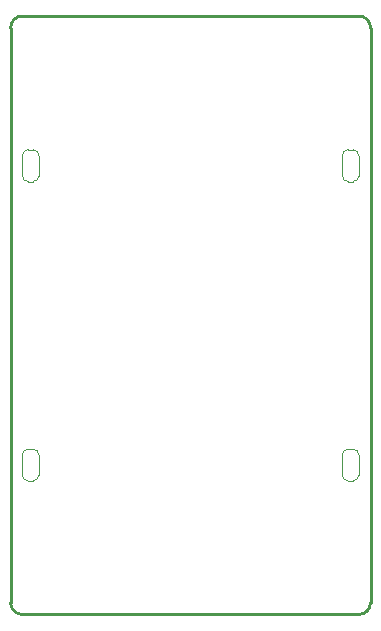
<source format=gko>
G04 Layer: BoardOutlineLayer*
G04 EasyEDA Pro v2.2.36.7, 2025-07-16 21:13:32*
G04 Gerber Generator version 0.3*
G04 Scale: 100 percent, Rotated: No, Reflected: No*
G04 Dimensions in millimeters*
G04 Leading zeros omitted, absolute positions, 4 integers and 5 decimals*
%FSLAX45Y45*%
%MOMM*%
%ADD10C,0.254*%
%ADD11C,0.0254*%
G75*


G04 Rect Start*
G54D10*
G01X-1524000Y-2668600D02*
G01X-1524000Y2198700D01*
G02X-1424000Y2298700I100000J0D01*
G01X1424000Y2298700D01*
G02X1524000Y2198700I0J-100000D01*
G01X1524000Y-2668600D01*
G02X1424000Y-2768600I-100000J0D01*
G01X-1424000Y-2768600D01*
G02X-1524000Y-2668600I0J100000D01*
G54D11*
G01X-1334456Y896500D02*
G01X-1374456Y896500D01*
G02X-1424456Y946500I0J50000D01*
G01X-1424456Y1116500D01*
G02X-1374456Y1166500I50000J0D01*
G01X-1334456Y1166500D01*
G02X-1284456Y1116500I0J-50000D01*
G01X-1284456Y946500D01*
G02X-1334456Y896500I-50000J0D01*
G01X-1334456Y-1637500D02*
G01X-1374456Y-1637500D01*
G02X-1424456Y-1587500I0J50000D01*
G01X-1424456Y-1417500D01*
G02X-1374456Y-1367500I50000J0D01*
G01X-1334456Y-1367500D01*
G02X-1284456Y-1417500I0J-50000D01*
G01X-1284456Y-1587500D01*
G02X-1334456Y-1637500I-50000J0D01*
G01X1374600Y-1637500D02*
G01X1334600Y-1637500D01*
G02X1284600Y-1587500I0J50000D01*
G01X1284600Y-1417500D01*
G02X1334600Y-1367500I50000J0D01*
G01X1374600Y-1367500D01*
G02X1424600Y-1417500I0J-50000D01*
G01X1424600Y-1587500D01*
G02X1374600Y-1637500I-50000J0D01*
G01X1374582Y896500D02*
G01X1334582Y896500D01*
G02X1284582Y946500I0J50000D01*
G01X1284582Y1116500D01*
G02X1334582Y1166500I50000J0D01*
G01X1374582Y1166500D01*
G02X1424582Y1116500I0J-50000D01*
G01X1424582Y946500D01*
G02X1374582Y896500I-50000J0D01*
G04 Rect End*

M02*


</source>
